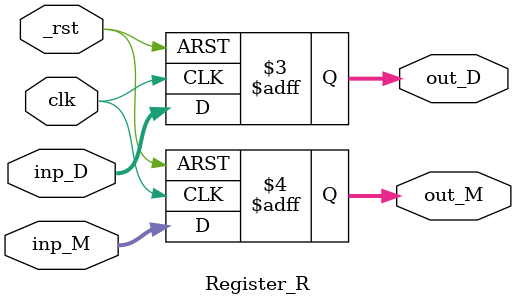
<source format=v>
`timescale 1ns / 1ps


module Register_R(_rst,clk,inp_D,inp_M,out_D,out_M);
    input [31:0] inp_D;
    input [3:0] inp_M;
    input _rst,clk;
    output reg [31:0] out_D;
    output reg [3:0] out_M;
    always @(negedge _rst or posedge clk)
    begin
        if(~_rst) begin
            out_D<=0;
            out_M<=0;
        end
        else begin
            out_D<=inp_D;
            out_M<=inp_M;
        end
    end
endmodule

</source>
